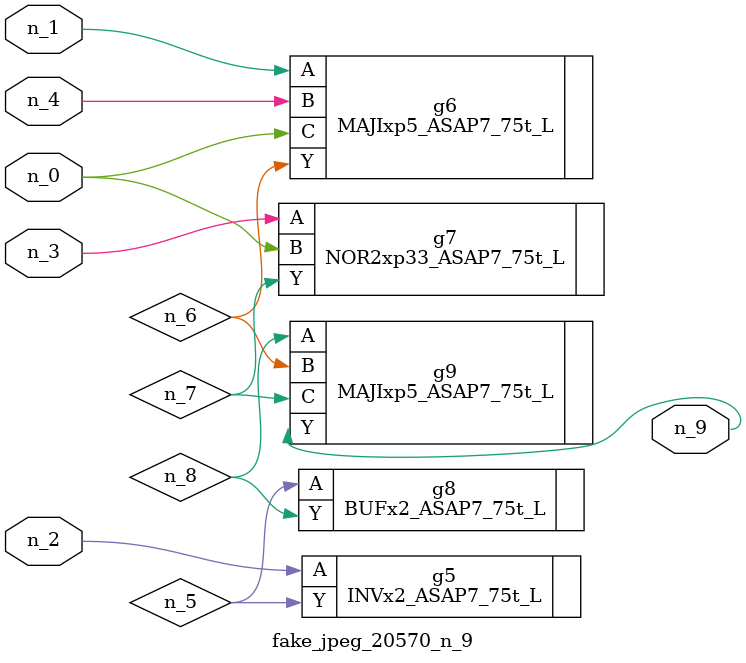
<source format=v>
module fake_jpeg_20570_n_9 (n_3, n_2, n_1, n_0, n_4, n_9);

input n_3;
input n_2;
input n_1;
input n_0;
input n_4;

output n_9;

wire n_8;
wire n_6;
wire n_5;
wire n_7;

INVx2_ASAP7_75t_L g5 ( 
.A(n_2),
.Y(n_5)
);

MAJIxp5_ASAP7_75t_L g6 ( 
.A(n_1),
.B(n_4),
.C(n_0),
.Y(n_6)
);

NOR2xp33_ASAP7_75t_L g7 ( 
.A(n_3),
.B(n_0),
.Y(n_7)
);

BUFx2_ASAP7_75t_L g8 ( 
.A(n_5),
.Y(n_8)
);

MAJIxp5_ASAP7_75t_L g9 ( 
.A(n_8),
.B(n_6),
.C(n_7),
.Y(n_9)
);


endmodule
</source>
